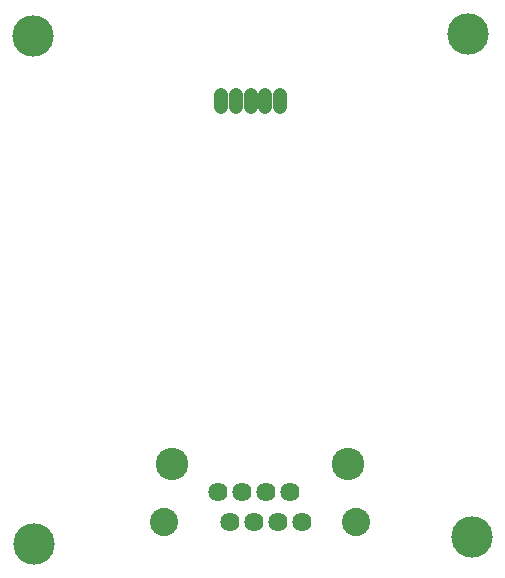
<source format=gbr>
%TF.GenerationSoftware,Altium Limited,Altium Designer,18.0.12 (696)*%
G04 Layer_Color=16711935*
%FSLAX26Y26*%
%MOIN*%
%TF.FileFunction,Soldermask,Bot*%
%TF.Part,Single*%
G01*
G75*
%TA.AperFunction,ComponentPad*%
%ADD16C,0.137920*%
%ADD17C,0.108390*%
%ADD18C,0.094000*%
%ADD19C,0.064000*%
%ADD20O,0.047690X0.087380*%
D16*
X1202360Y1186220D02*
D03*
X2662680Y1208230D02*
D03*
X1197390Y2878000D02*
D03*
X2648680Y2884370D02*
D03*
D17*
X2247240Y1450000D02*
D03*
X1661420D02*
D03*
D18*
X2274210Y1259450D02*
D03*
X1634450D02*
D03*
D19*
X2094880D02*
D03*
X2054720Y1359450D02*
D03*
X2014570Y1259450D02*
D03*
X1974410Y1359450D02*
D03*
X1934250Y1259450D02*
D03*
X1894090Y1359450D02*
D03*
X1853940Y1259450D02*
D03*
X1813780Y1359450D02*
D03*
D20*
X1825530Y2661500D02*
D03*
X1874750D02*
D03*
X1923960D02*
D03*
X1973170D02*
D03*
X2022390D02*
D03*
%TF.MD5,70e2c22e84301d1b6cc6dee7134f0019*%
M02*

</source>
